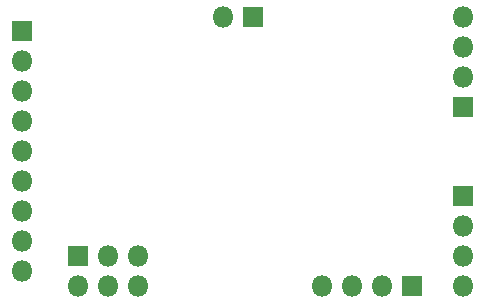
<source format=gbs>
%TF.GenerationSoftware,KiCad,Pcbnew,(5.1.6)-1*%
%TF.CreationDate,2021-02-06T14:44:40-06:00*%
%TF.ProjectId,Arduino_Clone,41726475-696e-46f5-9f43-6c6f6e652e6b,V 1.0*%
%TF.SameCoordinates,Original*%
%TF.FileFunction,Soldermask,Bot*%
%TF.FilePolarity,Negative*%
%FSLAX46Y46*%
G04 Gerber Fmt 4.6, Leading zero omitted, Abs format (unit mm)*
G04 Created by KiCad (PCBNEW (5.1.6)-1) date 2021-02-06 14:44:40*
%MOMM*%
%LPD*%
G01*
G04 APERTURE LIST*
%ADD10O,1.800000X1.800000*%
%ADD11R,1.800000X1.800000*%
G04 APERTURE END LIST*
D10*
%TO.C,BT1*%
X117983000Y-74168000D03*
D11*
X120523000Y-74168000D03*
%TD*%
%TO.C,J1*%
X100965000Y-75311000D03*
D10*
X100965000Y-77851000D03*
X100965000Y-80391000D03*
X100965000Y-82931000D03*
X100965000Y-85471000D03*
X100965000Y-88011000D03*
X100965000Y-90551000D03*
X100965000Y-93091000D03*
X100965000Y-95631000D03*
%TD*%
D11*
%TO.C,J2*%
X138253000Y-81788000D03*
D10*
X138253000Y-79248000D03*
X138253000Y-76708000D03*
X138253000Y-74168000D03*
%TD*%
D11*
%TO.C,J3*%
X105664000Y-94341000D03*
D10*
X105664000Y-96881000D03*
X108204000Y-94341000D03*
X108204000Y-96881000D03*
X110744000Y-94341000D03*
X110744000Y-96881000D03*
%TD*%
%TO.C,J4*%
X138303000Y-96901000D03*
X138303000Y-94361000D03*
X138303000Y-91821000D03*
D11*
X138303000Y-89281000D03*
%TD*%
%TO.C,J5*%
X133985000Y-96931000D03*
D10*
X131445000Y-96931000D03*
X128905000Y-96931000D03*
X126365000Y-96931000D03*
%TD*%
M02*

</source>
